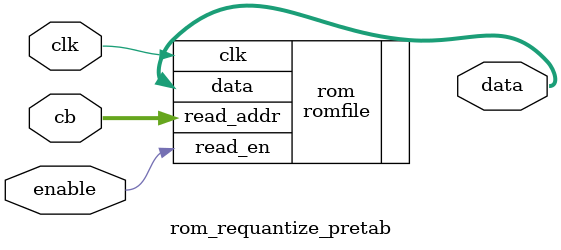
<source format=v>
`timescale 1ns / 1ps
`default_nettype none

module rom_requantize_pretab(
    input wire          clk,
	 input wire          enable,
    input wire  [4:0]   cb,
    output wire [1:0]   data
    );

	romfile #(
		.ROM_WIDTH(2),
		.ROM_ADDR_BITS(5),
		.FILENAME("lookup_requantize_pretab.txt")
	) rom (
		.clk(clk),
		.read_en(enable),
		.read_addr(cb),
		.data(data)
	);
endmodule


</source>
